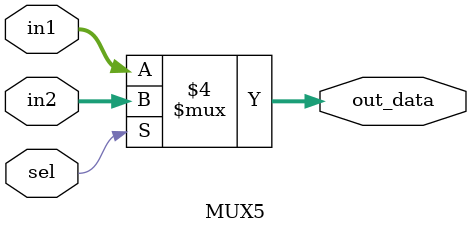
<source format=v>
`timescale 1ns / 1ps
module MUX5(
      input [4:0] in1,
		input [4:0] in2,
		input sel,
		output reg [4:0] out_data
    );
	 
	 
	 always @(in1,in2,sel)       if(!sel)  out_data=in1;            else out_data=in2;




endmodule
</source>
